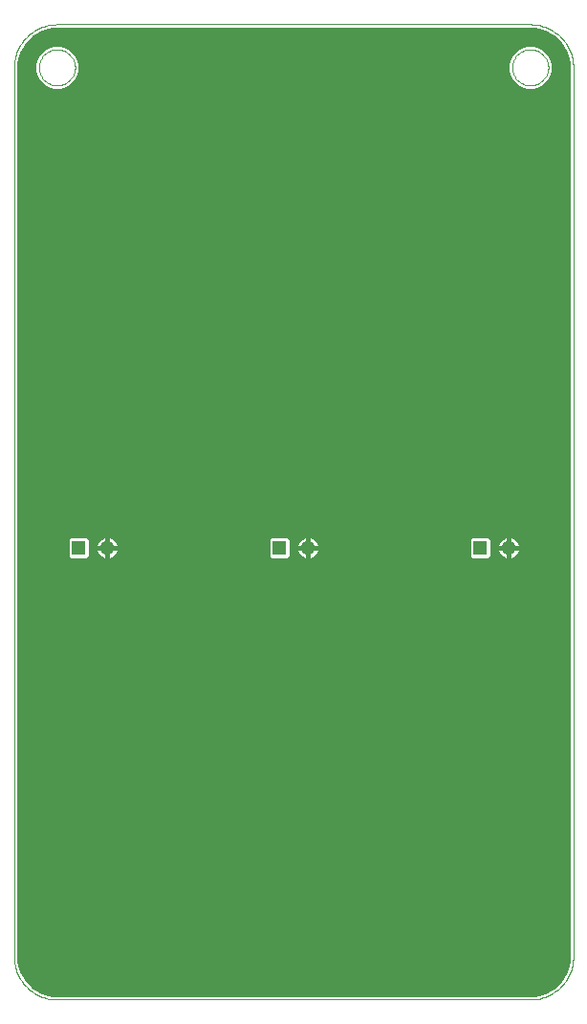
<source format=gtl>
G75*
G70*
%OFA0B0*%
%FSLAX24Y24*%
%IPPOS*%
%LPD*%
%AMOC8*
5,1,8,0,0,1.08239X$1,22.5*
%
%ADD10C,0.0000*%
%ADD11R,0.0515X0.0515*%
%ADD12C,0.0515*%
%ADD13C,0.0100*%
D10*
X000655Y002155D02*
X000655Y033155D01*
X001525Y033155D02*
X001527Y033205D01*
X001533Y033255D01*
X001543Y033304D01*
X001557Y033352D01*
X001574Y033399D01*
X001595Y033444D01*
X001620Y033488D01*
X001648Y033529D01*
X001680Y033568D01*
X001714Y033605D01*
X001751Y033639D01*
X001791Y033669D01*
X001833Y033696D01*
X001877Y033720D01*
X001923Y033741D01*
X001970Y033757D01*
X002018Y033770D01*
X002068Y033779D01*
X002117Y033784D01*
X002168Y033785D01*
X002218Y033782D01*
X002267Y033775D01*
X002316Y033764D01*
X002364Y033749D01*
X002410Y033731D01*
X002455Y033709D01*
X002498Y033683D01*
X002539Y033654D01*
X002578Y033622D01*
X002614Y033587D01*
X002646Y033549D01*
X002676Y033509D01*
X002703Y033466D01*
X002726Y033422D01*
X002745Y033376D01*
X002761Y033328D01*
X002773Y033279D01*
X002781Y033230D01*
X002785Y033180D01*
X002785Y033130D01*
X002781Y033080D01*
X002773Y033031D01*
X002761Y032982D01*
X002745Y032934D01*
X002726Y032888D01*
X002703Y032844D01*
X002676Y032801D01*
X002646Y032761D01*
X002614Y032723D01*
X002578Y032688D01*
X002539Y032656D01*
X002498Y032627D01*
X002455Y032601D01*
X002410Y032579D01*
X002364Y032561D01*
X002316Y032546D01*
X002267Y032535D01*
X002218Y032528D01*
X002168Y032525D01*
X002117Y032526D01*
X002068Y032531D01*
X002018Y032540D01*
X001970Y032553D01*
X001923Y032569D01*
X001877Y032590D01*
X001833Y032614D01*
X001791Y032641D01*
X001751Y032671D01*
X001714Y032705D01*
X001680Y032742D01*
X001648Y032781D01*
X001620Y032822D01*
X001595Y032866D01*
X001574Y032911D01*
X001557Y032958D01*
X001543Y033006D01*
X001533Y033055D01*
X001527Y033105D01*
X001525Y033155D01*
X000655Y033155D02*
X000657Y033231D01*
X000663Y033307D01*
X000672Y033382D01*
X000686Y033457D01*
X000703Y033531D01*
X000724Y033604D01*
X000748Y033676D01*
X000777Y033747D01*
X000808Y033816D01*
X000843Y033883D01*
X000882Y033948D01*
X000924Y034012D01*
X000969Y034073D01*
X001017Y034132D01*
X001068Y034188D01*
X001122Y034242D01*
X001178Y034293D01*
X001237Y034341D01*
X001298Y034386D01*
X001362Y034428D01*
X001427Y034467D01*
X001494Y034502D01*
X001563Y034533D01*
X001634Y034562D01*
X001706Y034586D01*
X001779Y034607D01*
X001853Y034624D01*
X001928Y034638D01*
X002003Y034647D01*
X002079Y034653D01*
X002155Y034655D01*
X018655Y034655D01*
X018025Y033155D02*
X018027Y033205D01*
X018033Y033255D01*
X018043Y033304D01*
X018057Y033352D01*
X018074Y033399D01*
X018095Y033444D01*
X018120Y033488D01*
X018148Y033529D01*
X018180Y033568D01*
X018214Y033605D01*
X018251Y033639D01*
X018291Y033669D01*
X018333Y033696D01*
X018377Y033720D01*
X018423Y033741D01*
X018470Y033757D01*
X018518Y033770D01*
X018568Y033779D01*
X018617Y033784D01*
X018668Y033785D01*
X018718Y033782D01*
X018767Y033775D01*
X018816Y033764D01*
X018864Y033749D01*
X018910Y033731D01*
X018955Y033709D01*
X018998Y033683D01*
X019039Y033654D01*
X019078Y033622D01*
X019114Y033587D01*
X019146Y033549D01*
X019176Y033509D01*
X019203Y033466D01*
X019226Y033422D01*
X019245Y033376D01*
X019261Y033328D01*
X019273Y033279D01*
X019281Y033230D01*
X019285Y033180D01*
X019285Y033130D01*
X019281Y033080D01*
X019273Y033031D01*
X019261Y032982D01*
X019245Y032934D01*
X019226Y032888D01*
X019203Y032844D01*
X019176Y032801D01*
X019146Y032761D01*
X019114Y032723D01*
X019078Y032688D01*
X019039Y032656D01*
X018998Y032627D01*
X018955Y032601D01*
X018910Y032579D01*
X018864Y032561D01*
X018816Y032546D01*
X018767Y032535D01*
X018718Y032528D01*
X018668Y032525D01*
X018617Y032526D01*
X018568Y032531D01*
X018518Y032540D01*
X018470Y032553D01*
X018423Y032569D01*
X018377Y032590D01*
X018333Y032614D01*
X018291Y032641D01*
X018251Y032671D01*
X018214Y032705D01*
X018180Y032742D01*
X018148Y032781D01*
X018120Y032822D01*
X018095Y032866D01*
X018074Y032911D01*
X018057Y032958D01*
X018043Y033006D01*
X018033Y033055D01*
X018027Y033105D01*
X018025Y033155D01*
X018655Y034655D02*
X018731Y034653D01*
X018807Y034647D01*
X018882Y034638D01*
X018957Y034624D01*
X019031Y034607D01*
X019104Y034586D01*
X019176Y034562D01*
X019247Y034533D01*
X019316Y034502D01*
X019383Y034467D01*
X019448Y034428D01*
X019512Y034386D01*
X019573Y034341D01*
X019632Y034293D01*
X019688Y034242D01*
X019742Y034188D01*
X019793Y034132D01*
X019841Y034073D01*
X019886Y034012D01*
X019928Y033948D01*
X019967Y033883D01*
X020002Y033816D01*
X020033Y033747D01*
X020062Y033676D01*
X020086Y033604D01*
X020107Y033531D01*
X020124Y033457D01*
X020138Y033382D01*
X020147Y033307D01*
X020153Y033231D01*
X020155Y033155D01*
X020155Y002155D01*
X020153Y002079D01*
X020147Y002003D01*
X020138Y001928D01*
X020124Y001853D01*
X020107Y001779D01*
X020086Y001706D01*
X020062Y001634D01*
X020033Y001563D01*
X020002Y001494D01*
X019967Y001427D01*
X019928Y001362D01*
X019886Y001298D01*
X019841Y001237D01*
X019793Y001178D01*
X019742Y001122D01*
X019688Y001068D01*
X019632Y001017D01*
X019573Y000969D01*
X019512Y000924D01*
X019448Y000882D01*
X019383Y000843D01*
X019316Y000808D01*
X019247Y000777D01*
X019176Y000748D01*
X019104Y000724D01*
X019031Y000703D01*
X018957Y000686D01*
X018882Y000672D01*
X018807Y000663D01*
X018731Y000657D01*
X018655Y000655D01*
X002155Y000655D01*
X002079Y000657D01*
X002003Y000663D01*
X001928Y000672D01*
X001853Y000686D01*
X001779Y000703D01*
X001706Y000724D01*
X001634Y000748D01*
X001563Y000777D01*
X001494Y000808D01*
X001427Y000843D01*
X001362Y000882D01*
X001298Y000924D01*
X001237Y000969D01*
X001178Y001017D01*
X001122Y001068D01*
X001068Y001122D01*
X001017Y001178D01*
X000969Y001237D01*
X000924Y001298D01*
X000882Y001362D01*
X000843Y001427D01*
X000808Y001494D01*
X000777Y001563D01*
X000748Y001634D01*
X000724Y001706D01*
X000703Y001779D01*
X000686Y001853D01*
X000672Y001928D01*
X000663Y002003D01*
X000657Y002079D01*
X000655Y002155D01*
D11*
X002905Y016405D03*
X009905Y016405D03*
X016905Y016405D03*
D12*
X017905Y016405D03*
X010905Y016405D03*
X003905Y016405D03*
D13*
X000908Y001638D02*
X001084Y001333D01*
X001333Y001084D01*
X001638Y000908D01*
X001979Y000817D01*
X001979Y000817D01*
X002155Y000805D01*
X018655Y000805D01*
X018831Y000817D01*
X019172Y000908D01*
X019477Y001084D01*
X019726Y001333D01*
X019902Y001638D01*
X019994Y001979D01*
X020005Y002155D01*
X020005Y033093D01*
X020005Y033126D01*
X020005Y033155D01*
X019994Y033331D01*
X019902Y033672D01*
X019726Y033977D01*
X019477Y034226D01*
X019172Y034402D01*
X018831Y034494D01*
X018655Y034505D01*
X002217Y034505D01*
X002201Y034505D01*
X002155Y034505D01*
X001979Y034494D01*
X001638Y034402D01*
X001333Y034226D01*
X001084Y033977D01*
X000908Y033672D01*
X000817Y033331D01*
X000805Y033155D01*
X000805Y002217D01*
X000805Y002206D01*
X000805Y002155D01*
X000817Y001979D01*
X000908Y001638D01*
X000907Y001641D02*
X019903Y001641D01*
X019929Y001739D02*
X000881Y001739D01*
X000854Y001838D02*
X019956Y001838D01*
X019982Y001936D02*
X000828Y001936D01*
X000813Y002035D02*
X019997Y002035D01*
X020004Y002133D02*
X000807Y002133D01*
X000805Y002232D02*
X020005Y002232D01*
X020005Y002330D02*
X000805Y002330D01*
X000805Y002429D02*
X020005Y002429D01*
X020005Y002527D02*
X000805Y002527D01*
X000805Y002626D02*
X020005Y002626D01*
X020005Y002725D02*
X000805Y002725D01*
X000805Y002823D02*
X020005Y002823D01*
X020005Y002922D02*
X000805Y002922D01*
X000805Y003020D02*
X020005Y003020D01*
X020005Y003119D02*
X000805Y003119D01*
X000805Y003217D02*
X020005Y003217D01*
X020005Y003316D02*
X000805Y003316D01*
X000805Y003414D02*
X020005Y003414D01*
X020005Y003513D02*
X000805Y003513D01*
X000805Y003611D02*
X020005Y003611D01*
X020005Y003710D02*
X000805Y003710D01*
X000805Y003809D02*
X020005Y003809D01*
X020005Y003907D02*
X000805Y003907D01*
X000805Y004006D02*
X020005Y004006D01*
X020005Y004104D02*
X000805Y004104D01*
X000805Y004203D02*
X020005Y004203D01*
X020005Y004301D02*
X000805Y004301D01*
X000805Y004400D02*
X020005Y004400D01*
X020005Y004498D02*
X000805Y004498D01*
X000805Y004597D02*
X020005Y004597D01*
X020005Y004695D02*
X000805Y004695D01*
X000805Y004794D02*
X020005Y004794D01*
X020005Y004892D02*
X000805Y004892D01*
X000805Y004991D02*
X020005Y004991D01*
X020005Y005090D02*
X000805Y005090D01*
X000805Y005188D02*
X020005Y005188D01*
X020005Y005287D02*
X000805Y005287D01*
X000805Y005385D02*
X020005Y005385D01*
X020005Y005484D02*
X000805Y005484D01*
X000805Y005582D02*
X020005Y005582D01*
X020005Y005681D02*
X000805Y005681D01*
X000805Y005779D02*
X020005Y005779D01*
X020005Y005878D02*
X000805Y005878D01*
X000805Y005976D02*
X020005Y005976D01*
X020005Y006075D02*
X000805Y006075D01*
X000805Y006174D02*
X020005Y006174D01*
X020005Y006272D02*
X000805Y006272D01*
X000805Y006371D02*
X020005Y006371D01*
X020005Y006469D02*
X000805Y006469D01*
X000805Y006568D02*
X020005Y006568D01*
X020005Y006666D02*
X000805Y006666D01*
X000805Y006765D02*
X020005Y006765D01*
X020005Y006863D02*
X000805Y006863D01*
X000805Y006962D02*
X020005Y006962D01*
X020005Y007060D02*
X000805Y007060D01*
X000805Y007159D02*
X020005Y007159D01*
X020005Y007258D02*
X000805Y007258D01*
X000805Y007356D02*
X020005Y007356D01*
X020005Y007455D02*
X000805Y007455D01*
X000805Y007553D02*
X020005Y007553D01*
X020005Y007652D02*
X000805Y007652D01*
X000805Y007750D02*
X020005Y007750D01*
X020005Y007849D02*
X000805Y007849D01*
X000805Y007947D02*
X020005Y007947D01*
X020005Y008046D02*
X000805Y008046D01*
X000805Y008144D02*
X020005Y008144D01*
X020005Y008243D02*
X000805Y008243D01*
X000805Y008341D02*
X020005Y008341D01*
X020005Y008440D02*
X000805Y008440D01*
X000805Y008539D02*
X020005Y008539D01*
X020005Y008637D02*
X000805Y008637D01*
X000805Y008736D02*
X020005Y008736D01*
X020005Y008834D02*
X000805Y008834D01*
X000805Y008933D02*
X020005Y008933D01*
X020005Y009031D02*
X000805Y009031D01*
X000805Y009130D02*
X020005Y009130D01*
X020005Y009228D02*
X000805Y009228D01*
X000805Y009327D02*
X020005Y009327D01*
X020005Y009425D02*
X000805Y009425D01*
X000805Y009524D02*
X020005Y009524D01*
X020005Y009623D02*
X000805Y009623D01*
X000805Y009721D02*
X020005Y009721D01*
X020005Y009820D02*
X000805Y009820D01*
X000805Y009918D02*
X020005Y009918D01*
X020005Y010017D02*
X000805Y010017D01*
X000805Y010115D02*
X020005Y010115D01*
X020005Y010214D02*
X000805Y010214D01*
X000805Y010312D02*
X020005Y010312D01*
X020005Y010411D02*
X000805Y010411D01*
X000805Y010509D02*
X020005Y010509D01*
X020005Y010608D02*
X000805Y010608D01*
X000805Y010707D02*
X020005Y010707D01*
X020005Y010805D02*
X000805Y010805D01*
X000805Y010904D02*
X020005Y010904D01*
X020005Y011002D02*
X000805Y011002D01*
X000805Y011101D02*
X020005Y011101D01*
X020005Y011199D02*
X000805Y011199D01*
X000805Y011298D02*
X020005Y011298D01*
X020005Y011396D02*
X000805Y011396D01*
X000805Y011495D02*
X020005Y011495D01*
X020005Y011593D02*
X000805Y011593D01*
X000805Y011692D02*
X020005Y011692D01*
X020005Y011791D02*
X000805Y011791D01*
X000805Y011889D02*
X020005Y011889D01*
X020005Y011988D02*
X000805Y011988D01*
X000805Y012086D02*
X020005Y012086D01*
X020005Y012185D02*
X000805Y012185D01*
X000805Y012283D02*
X020005Y012283D01*
X020005Y012382D02*
X000805Y012382D01*
X000805Y012480D02*
X020005Y012480D01*
X020005Y012579D02*
X000805Y012579D01*
X000805Y012677D02*
X020005Y012677D01*
X020005Y012776D02*
X000805Y012776D01*
X000805Y012874D02*
X020005Y012874D01*
X020005Y012973D02*
X000805Y012973D01*
X000805Y013072D02*
X020005Y013072D01*
X020005Y013170D02*
X000805Y013170D01*
X000805Y013269D02*
X020005Y013269D01*
X020005Y013367D02*
X000805Y013367D01*
X000805Y013466D02*
X020005Y013466D01*
X020005Y013564D02*
X000805Y013564D01*
X000805Y013663D02*
X020005Y013663D01*
X020005Y013761D02*
X000805Y013761D01*
X000805Y013860D02*
X020005Y013860D01*
X020005Y013958D02*
X000805Y013958D01*
X000805Y014057D02*
X020005Y014057D01*
X020005Y014156D02*
X000805Y014156D01*
X000805Y014254D02*
X020005Y014254D01*
X020005Y014353D02*
X000805Y014353D01*
X000805Y014451D02*
X020005Y014451D01*
X020005Y014550D02*
X000805Y014550D01*
X000805Y014648D02*
X020005Y014648D01*
X020005Y014747D02*
X000805Y014747D01*
X000805Y014845D02*
X020005Y014845D01*
X020005Y014944D02*
X000805Y014944D01*
X000805Y015042D02*
X020005Y015042D01*
X020005Y015141D02*
X000805Y015141D01*
X000805Y015240D02*
X020005Y015240D01*
X020005Y015338D02*
X000805Y015338D01*
X000805Y015437D02*
X020005Y015437D01*
X020005Y015535D02*
X000805Y015535D01*
X000805Y015634D02*
X020005Y015634D01*
X020005Y015732D02*
X000805Y015732D01*
X000805Y015831D02*
X020005Y015831D01*
X020005Y015929D02*
X000805Y015929D01*
X000805Y016028D02*
X002584Y016028D01*
X002594Y016018D02*
X003216Y016018D01*
X003293Y016094D01*
X003293Y016716D01*
X003216Y016793D01*
X002594Y016793D01*
X002518Y016716D01*
X002518Y016094D01*
X002594Y016018D01*
X002518Y016126D02*
X000805Y016126D01*
X000805Y016225D02*
X002518Y016225D01*
X002518Y016324D02*
X000805Y016324D01*
X000805Y016422D02*
X002518Y016422D01*
X002518Y016521D02*
X000805Y016521D01*
X000805Y016619D02*
X002518Y016619D01*
X002519Y016718D02*
X000805Y016718D01*
X000805Y016816D02*
X020005Y016816D01*
X020005Y016718D02*
X018168Y016718D01*
X018171Y016716D02*
X018119Y016754D01*
X018062Y016783D01*
X018001Y016803D01*
X017937Y016813D01*
X017934Y016813D01*
X017934Y016434D01*
X018313Y016434D01*
X018313Y016437D01*
X018303Y016501D01*
X018283Y016562D01*
X018254Y016619D01*
X018216Y016671D01*
X018171Y016716D01*
X018253Y016619D02*
X020005Y016619D01*
X020005Y016521D02*
X018296Y016521D01*
X018313Y016376D02*
X017934Y016376D01*
X017934Y015998D01*
X017937Y015998D01*
X018001Y016008D01*
X018062Y016027D01*
X018119Y016057D01*
X018171Y016094D01*
X018216Y016140D01*
X018254Y016192D01*
X018283Y016249D01*
X018303Y016310D01*
X018313Y016373D01*
X018313Y016376D01*
X018305Y016324D02*
X020005Y016324D01*
X020005Y016422D02*
X017934Y016422D01*
X017934Y016434D02*
X017934Y016376D01*
X017876Y016376D01*
X017876Y015998D01*
X017873Y015998D01*
X017810Y016008D01*
X017749Y016027D01*
X017692Y016057D01*
X017640Y016094D01*
X017594Y016140D01*
X017557Y016192D01*
X017527Y016249D01*
X017508Y016310D01*
X017498Y016373D01*
X017498Y016376D01*
X017876Y016376D01*
X017876Y016434D01*
X017498Y016434D01*
X017498Y016437D01*
X017508Y016501D01*
X017527Y016562D01*
X017557Y016619D01*
X017293Y016619D01*
X017293Y016716D02*
X017216Y016793D01*
X016594Y016793D01*
X016518Y016716D01*
X016518Y016094D01*
X016594Y016018D01*
X017216Y016018D01*
X017293Y016094D01*
X017293Y016716D01*
X017291Y016718D02*
X017642Y016718D01*
X017640Y016716D02*
X017594Y016671D01*
X017557Y016619D01*
X017514Y016521D02*
X017293Y016521D01*
X017293Y016422D02*
X017876Y016422D01*
X017876Y016434D02*
X017876Y016813D01*
X017873Y016813D01*
X017810Y016803D01*
X017749Y016783D01*
X017692Y016754D01*
X017640Y016716D01*
X017876Y016718D02*
X017934Y016718D01*
X017934Y016619D02*
X017876Y016619D01*
X017876Y016521D02*
X017934Y016521D01*
X017934Y016434D02*
X017876Y016434D01*
X017876Y016324D02*
X017934Y016324D01*
X017934Y016225D02*
X017876Y016225D01*
X017876Y016126D02*
X017934Y016126D01*
X017934Y016028D02*
X017876Y016028D01*
X017748Y016028D02*
X017227Y016028D01*
X017293Y016126D02*
X017608Y016126D01*
X017540Y016225D02*
X017293Y016225D01*
X017293Y016324D02*
X017505Y016324D01*
X018062Y016028D02*
X020005Y016028D01*
X020005Y016126D02*
X018203Y016126D01*
X018271Y016225D02*
X020005Y016225D01*
X020005Y016915D02*
X000805Y016915D01*
X000805Y017013D02*
X020005Y017013D01*
X020005Y017112D02*
X000805Y017112D01*
X000805Y017210D02*
X020005Y017210D01*
X020005Y017309D02*
X000805Y017309D01*
X000805Y017407D02*
X020005Y017407D01*
X020005Y017506D02*
X000805Y017506D01*
X000805Y017605D02*
X020005Y017605D01*
X020005Y017703D02*
X000805Y017703D01*
X000805Y017802D02*
X020005Y017802D01*
X020005Y017900D02*
X000805Y017900D01*
X000805Y017999D02*
X020005Y017999D01*
X020005Y018097D02*
X000805Y018097D01*
X000805Y018196D02*
X020005Y018196D01*
X020005Y018294D02*
X000805Y018294D01*
X000805Y018393D02*
X020005Y018393D01*
X020005Y018491D02*
X000805Y018491D01*
X000805Y018590D02*
X020005Y018590D01*
X020005Y018689D02*
X000805Y018689D01*
X000805Y018787D02*
X020005Y018787D01*
X020005Y018886D02*
X000805Y018886D01*
X000805Y018984D02*
X020005Y018984D01*
X020005Y019083D02*
X000805Y019083D01*
X000805Y019181D02*
X020005Y019181D01*
X020005Y019280D02*
X000805Y019280D01*
X000805Y019378D02*
X020005Y019378D01*
X020005Y019477D02*
X000805Y019477D01*
X000805Y019575D02*
X020005Y019575D01*
X020005Y019674D02*
X000805Y019674D01*
X000805Y019773D02*
X020005Y019773D01*
X020005Y019871D02*
X000805Y019871D01*
X000805Y019970D02*
X020005Y019970D01*
X020005Y020068D02*
X000805Y020068D01*
X000805Y020167D02*
X020005Y020167D01*
X020005Y020265D02*
X000805Y020265D01*
X000805Y020364D02*
X020005Y020364D01*
X020005Y020462D02*
X000805Y020462D01*
X000805Y020561D02*
X020005Y020561D01*
X020005Y020659D02*
X000805Y020659D01*
X000805Y020758D02*
X020005Y020758D01*
X020005Y020856D02*
X000805Y020856D01*
X000805Y020955D02*
X020005Y020955D01*
X020005Y021054D02*
X000805Y021054D01*
X000805Y021152D02*
X020005Y021152D01*
X020005Y021251D02*
X000805Y021251D01*
X000805Y021349D02*
X020005Y021349D01*
X020005Y021448D02*
X000805Y021448D01*
X000805Y021546D02*
X020005Y021546D01*
X020005Y021645D02*
X000805Y021645D01*
X000805Y021743D02*
X020005Y021743D01*
X020005Y021842D02*
X000805Y021842D01*
X000805Y021940D02*
X020005Y021940D01*
X020005Y022039D02*
X000805Y022039D01*
X000805Y022138D02*
X020005Y022138D01*
X020005Y022236D02*
X000805Y022236D01*
X000805Y022335D02*
X020005Y022335D01*
X020005Y022433D02*
X000805Y022433D01*
X000805Y022532D02*
X020005Y022532D01*
X020005Y022630D02*
X000805Y022630D01*
X000805Y022729D02*
X020005Y022729D01*
X020005Y022827D02*
X000805Y022827D01*
X000805Y022926D02*
X020005Y022926D01*
X020005Y023024D02*
X000805Y023024D01*
X000805Y023123D02*
X020005Y023123D01*
X020005Y023222D02*
X000805Y023222D01*
X000805Y023320D02*
X020005Y023320D01*
X020005Y023419D02*
X000805Y023419D01*
X000805Y023517D02*
X020005Y023517D01*
X020005Y023616D02*
X000805Y023616D01*
X000805Y023714D02*
X020005Y023714D01*
X020005Y023813D02*
X000805Y023813D01*
X000805Y023911D02*
X020005Y023911D01*
X020005Y024010D02*
X000805Y024010D01*
X000805Y024108D02*
X020005Y024108D01*
X020005Y024207D02*
X000805Y024207D01*
X000805Y024306D02*
X020005Y024306D01*
X020005Y024404D02*
X000805Y024404D01*
X000805Y024503D02*
X020005Y024503D01*
X020005Y024601D02*
X000805Y024601D01*
X000805Y024700D02*
X020005Y024700D01*
X020005Y024798D02*
X000805Y024798D01*
X000805Y024897D02*
X020005Y024897D01*
X020005Y024995D02*
X000805Y024995D01*
X000805Y025094D02*
X020005Y025094D01*
X020005Y025192D02*
X000805Y025192D01*
X000805Y025291D02*
X020005Y025291D01*
X020005Y025389D02*
X000805Y025389D01*
X000805Y025488D02*
X020005Y025488D01*
X020005Y025587D02*
X000805Y025587D01*
X000805Y025685D02*
X020005Y025685D01*
X020005Y025784D02*
X000805Y025784D01*
X000805Y025882D02*
X020005Y025882D01*
X020005Y025981D02*
X000805Y025981D01*
X000805Y026079D02*
X020005Y026079D01*
X020005Y026178D02*
X000805Y026178D01*
X000805Y026276D02*
X020005Y026276D01*
X020005Y026375D02*
X000805Y026375D01*
X000805Y026473D02*
X020005Y026473D01*
X020005Y026572D02*
X000805Y026572D01*
X000805Y026671D02*
X020005Y026671D01*
X020005Y026769D02*
X000805Y026769D01*
X000805Y026868D02*
X020005Y026868D01*
X020005Y026966D02*
X000805Y026966D01*
X000805Y027065D02*
X020005Y027065D01*
X020005Y027163D02*
X000805Y027163D01*
X000805Y027262D02*
X020005Y027262D01*
X020005Y027360D02*
X000805Y027360D01*
X000805Y027459D02*
X020005Y027459D01*
X020005Y027557D02*
X000805Y027557D01*
X000805Y027656D02*
X020005Y027656D01*
X020005Y027755D02*
X000805Y027755D01*
X000805Y027853D02*
X020005Y027853D01*
X020005Y027952D02*
X000805Y027952D01*
X000805Y028050D02*
X020005Y028050D01*
X020005Y028149D02*
X000805Y028149D01*
X000805Y028247D02*
X020005Y028247D01*
X020005Y028346D02*
X000805Y028346D01*
X000805Y028444D02*
X020005Y028444D01*
X020005Y028543D02*
X000805Y028543D01*
X000805Y028641D02*
X020005Y028641D01*
X020005Y028740D02*
X000805Y028740D01*
X000805Y028839D02*
X020005Y028839D01*
X020005Y028937D02*
X000805Y028937D01*
X000805Y029036D02*
X020005Y029036D01*
X020005Y029134D02*
X000805Y029134D01*
X000805Y029233D02*
X020005Y029233D01*
X020005Y029331D02*
X000805Y029331D01*
X000805Y029430D02*
X020005Y029430D01*
X020005Y029528D02*
X000805Y029528D01*
X000805Y029627D02*
X020005Y029627D01*
X020005Y029725D02*
X000805Y029725D01*
X000805Y029824D02*
X020005Y029824D01*
X020005Y029922D02*
X000805Y029922D01*
X000805Y030021D02*
X020005Y030021D01*
X020005Y030120D02*
X000805Y030120D01*
X000805Y030218D02*
X020005Y030218D01*
X020005Y030317D02*
X000805Y030317D01*
X000805Y030415D02*
X020005Y030415D01*
X020005Y030514D02*
X000805Y030514D01*
X000805Y030612D02*
X020005Y030612D01*
X020005Y030711D02*
X000805Y030711D01*
X000805Y030809D02*
X020005Y030809D01*
X020005Y030908D02*
X000805Y030908D01*
X000805Y031006D02*
X020005Y031006D01*
X020005Y031105D02*
X000805Y031105D01*
X000805Y031204D02*
X020005Y031204D01*
X020005Y031302D02*
X000805Y031302D01*
X000805Y031401D02*
X020005Y031401D01*
X020005Y031499D02*
X000805Y031499D01*
X000805Y031598D02*
X020005Y031598D01*
X020005Y031696D02*
X000805Y031696D01*
X000805Y031795D02*
X020005Y031795D01*
X020005Y031893D02*
X000805Y031893D01*
X000805Y031992D02*
X020005Y031992D01*
X020005Y032090D02*
X000805Y032090D01*
X000805Y032189D02*
X020005Y032189D01*
X020005Y032288D02*
X000805Y032288D01*
X000805Y032386D02*
X001974Y032386D01*
X002000Y032375D02*
X002310Y032375D01*
X002597Y032494D01*
X002816Y032713D01*
X002935Y033000D01*
X002935Y033310D01*
X002816Y033597D01*
X002597Y033816D01*
X002310Y033935D01*
X002000Y033935D01*
X001713Y033816D01*
X001494Y033597D01*
X001375Y033310D01*
X001375Y033000D01*
X001494Y032713D01*
X001713Y032494D01*
X002000Y032375D01*
X001736Y032485D02*
X000805Y032485D01*
X000805Y032583D02*
X001624Y032583D01*
X001526Y032682D02*
X000805Y032682D01*
X000805Y032780D02*
X001466Y032780D01*
X001425Y032879D02*
X000805Y032879D01*
X000805Y032977D02*
X001385Y032977D01*
X001375Y033076D02*
X000805Y033076D01*
X000806Y033174D02*
X001375Y033174D01*
X001375Y033273D02*
X000813Y033273D01*
X000827Y033371D02*
X001401Y033371D01*
X001441Y033470D02*
X000854Y033470D01*
X000880Y033569D02*
X001482Y033569D01*
X001564Y033667D02*
X000907Y033667D01*
X000962Y033766D02*
X001663Y033766D01*
X001829Y033864D02*
X001019Y033864D01*
X001076Y033963D02*
X019734Y033963D01*
X019791Y033864D02*
X018981Y033864D01*
X019097Y033816D02*
X018810Y033935D01*
X018500Y033935D01*
X018213Y033816D01*
X017994Y033597D01*
X017875Y033310D01*
X017875Y033000D01*
X017994Y032713D01*
X018213Y032494D01*
X018500Y032375D01*
X018810Y032375D01*
X019097Y032494D01*
X019316Y032713D01*
X019435Y033000D01*
X019435Y033310D01*
X019316Y033597D01*
X019097Y033816D01*
X019147Y033766D02*
X019848Y033766D01*
X019904Y033667D02*
X019246Y033667D01*
X019328Y033569D02*
X019930Y033569D01*
X019956Y033470D02*
X019369Y033470D01*
X019410Y033371D02*
X019983Y033371D01*
X019997Y033273D02*
X019435Y033273D01*
X019435Y033174D02*
X020004Y033174D01*
X020005Y033076D02*
X019435Y033076D01*
X019426Y032977D02*
X020005Y032977D01*
X020005Y032879D02*
X019385Y032879D01*
X019344Y032780D02*
X020005Y032780D01*
X020005Y032682D02*
X019285Y032682D01*
X019186Y032583D02*
X020005Y032583D01*
X020005Y032485D02*
X019074Y032485D01*
X018836Y032386D02*
X020005Y032386D01*
X019642Y034061D02*
X001168Y034061D01*
X001267Y034160D02*
X019543Y034160D01*
X019421Y034258D02*
X001389Y034258D01*
X001560Y034357D02*
X019250Y034357D01*
X018974Y034455D02*
X001837Y034455D01*
X002481Y033864D02*
X018329Y033864D01*
X018163Y033766D02*
X002647Y033766D01*
X002746Y033667D02*
X018064Y033667D01*
X017982Y033569D02*
X002828Y033569D01*
X002869Y033470D02*
X017941Y033470D01*
X017901Y033371D02*
X002910Y033371D01*
X002935Y033273D02*
X017875Y033273D01*
X017875Y033174D02*
X002935Y033174D01*
X002935Y033076D02*
X017875Y033076D01*
X017885Y032977D02*
X002926Y032977D01*
X002885Y032879D02*
X017925Y032879D01*
X017966Y032780D02*
X002844Y032780D01*
X002785Y032682D02*
X018026Y032682D01*
X018124Y032583D02*
X002686Y032583D01*
X002574Y032485D02*
X018236Y032485D01*
X018474Y032386D02*
X002336Y032386D01*
X003873Y016813D02*
X003810Y016803D01*
X003749Y016783D01*
X003692Y016754D01*
X003640Y016716D01*
X003594Y016671D01*
X003557Y016619D01*
X003293Y016619D01*
X003293Y016521D02*
X003514Y016521D01*
X003508Y016501D02*
X003498Y016437D01*
X003498Y016434D01*
X003876Y016434D01*
X003876Y016376D01*
X003934Y016376D01*
X003934Y015998D01*
X003937Y015998D01*
X004001Y016008D01*
X004062Y016027D01*
X004119Y016057D01*
X004171Y016094D01*
X004216Y016140D01*
X004254Y016192D01*
X004283Y016249D01*
X004303Y016310D01*
X004313Y016373D01*
X004313Y016376D01*
X003934Y016376D01*
X003934Y016434D01*
X004313Y016434D01*
X004313Y016437D01*
X004303Y016501D01*
X004283Y016562D01*
X004254Y016619D01*
X004216Y016671D01*
X004171Y016716D01*
X004119Y016754D01*
X004062Y016783D01*
X004001Y016803D01*
X003937Y016813D01*
X003934Y016813D01*
X003934Y016434D01*
X003876Y016434D01*
X003876Y016813D01*
X003873Y016813D01*
X003876Y016718D02*
X003934Y016718D01*
X003934Y016619D02*
X003876Y016619D01*
X003876Y016521D02*
X003934Y016521D01*
X003934Y016422D02*
X009518Y016422D01*
X009518Y016324D02*
X004305Y016324D01*
X004271Y016225D02*
X009518Y016225D01*
X009518Y016126D02*
X004203Y016126D01*
X004062Y016028D02*
X009584Y016028D01*
X009594Y016018D02*
X010216Y016018D01*
X010293Y016094D01*
X010293Y016716D01*
X010216Y016793D01*
X009594Y016793D01*
X009518Y016716D01*
X009518Y016094D01*
X009594Y016018D01*
X009518Y016521D02*
X004296Y016521D01*
X004253Y016619D02*
X009518Y016619D01*
X009519Y016718D02*
X004168Y016718D01*
X003876Y016422D02*
X003293Y016422D01*
X003293Y016324D02*
X003505Y016324D01*
X003508Y016310D02*
X003527Y016249D01*
X003557Y016192D01*
X003594Y016140D01*
X003640Y016094D01*
X003692Y016057D01*
X003749Y016027D01*
X003810Y016008D01*
X003873Y015998D01*
X003876Y015998D01*
X003876Y016376D01*
X003498Y016376D01*
X003498Y016373D01*
X003508Y016310D01*
X003540Y016225D02*
X003293Y016225D01*
X003293Y016126D02*
X003608Y016126D01*
X003748Y016028D02*
X003227Y016028D01*
X003508Y016501D02*
X003527Y016562D01*
X003557Y016619D01*
X003642Y016718D02*
X003291Y016718D01*
X003876Y016324D02*
X003934Y016324D01*
X003934Y016225D02*
X003876Y016225D01*
X003876Y016126D02*
X003934Y016126D01*
X003934Y016028D02*
X003876Y016028D01*
X010227Y016028D02*
X010748Y016028D01*
X010749Y016027D02*
X010810Y016008D01*
X010873Y015998D01*
X010876Y015998D01*
X010876Y016376D01*
X010934Y016376D01*
X010934Y015998D01*
X010937Y015998D01*
X011001Y016008D01*
X011062Y016027D01*
X011119Y016057D01*
X011171Y016094D01*
X011216Y016140D01*
X011254Y016192D01*
X011283Y016249D01*
X011303Y016310D01*
X011313Y016373D01*
X011313Y016376D01*
X010934Y016376D01*
X010934Y016434D01*
X011313Y016434D01*
X011313Y016437D01*
X011303Y016501D01*
X011283Y016562D01*
X011254Y016619D01*
X011216Y016671D01*
X011171Y016716D01*
X011119Y016754D01*
X011062Y016783D01*
X011001Y016803D01*
X010937Y016813D01*
X010934Y016813D01*
X010934Y016434D01*
X010876Y016434D01*
X010876Y016376D01*
X010498Y016376D01*
X010498Y016373D01*
X010508Y016310D01*
X010527Y016249D01*
X010557Y016192D01*
X010594Y016140D01*
X010640Y016094D01*
X010692Y016057D01*
X010749Y016027D01*
X010876Y016028D02*
X010934Y016028D01*
X010934Y016126D02*
X010876Y016126D01*
X010876Y016225D02*
X010934Y016225D01*
X010934Y016324D02*
X010876Y016324D01*
X010876Y016422D02*
X010293Y016422D01*
X010293Y016324D02*
X010505Y016324D01*
X010540Y016225D02*
X010293Y016225D01*
X010293Y016126D02*
X010608Y016126D01*
X010498Y016434D02*
X010876Y016434D01*
X010876Y016813D01*
X010873Y016813D01*
X010810Y016803D01*
X010749Y016783D01*
X010692Y016754D01*
X010640Y016716D01*
X010594Y016671D01*
X010557Y016619D01*
X010293Y016619D01*
X010293Y016521D02*
X010514Y016521D01*
X010508Y016501D02*
X010498Y016437D01*
X010498Y016434D01*
X010508Y016501D02*
X010527Y016562D01*
X010557Y016619D01*
X010642Y016718D02*
X010291Y016718D01*
X010876Y016718D02*
X010934Y016718D01*
X010934Y016619D02*
X010876Y016619D01*
X010876Y016521D02*
X010934Y016521D01*
X010934Y016422D02*
X016518Y016422D01*
X016518Y016324D02*
X011305Y016324D01*
X011271Y016225D02*
X016518Y016225D01*
X016518Y016126D02*
X011203Y016126D01*
X011062Y016028D02*
X016584Y016028D01*
X016518Y016521D02*
X011296Y016521D01*
X011253Y016619D02*
X016518Y016619D01*
X016519Y016718D02*
X011168Y016718D01*
X019847Y001542D02*
X000964Y001542D01*
X001020Y001443D02*
X019790Y001443D01*
X019733Y001345D02*
X001077Y001345D01*
X001171Y001246D02*
X019639Y001246D01*
X019541Y001148D02*
X001269Y001148D01*
X001394Y001049D02*
X019417Y001049D01*
X019246Y000951D02*
X001564Y000951D01*
X001846Y000852D02*
X018964Y000852D01*
M02*

</source>
